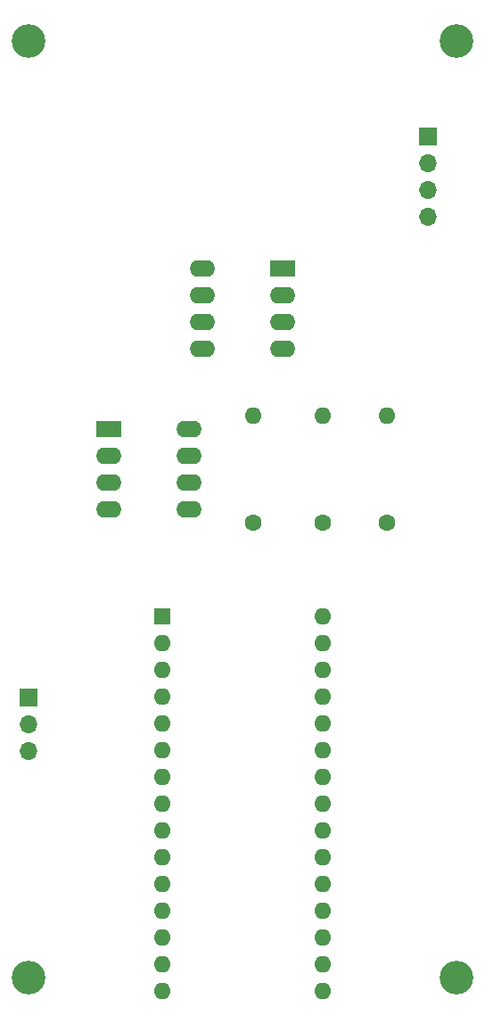
<source format=gbr>
%TF.GenerationSoftware,KiCad,Pcbnew,(6.0.0-0)*%
%TF.CreationDate,2022-10-16T11:18:23-07:00*%
%TF.ProjectId,refresh rate reader,72656672-6573-4682-9072-617465207265,rev?*%
%TF.SameCoordinates,Original*%
%TF.FileFunction,Soldermask,Top*%
%TF.FilePolarity,Negative*%
%FSLAX46Y46*%
G04 Gerber Fmt 4.6, Leading zero omitted, Abs format (unit mm)*
G04 Created by KiCad (PCBNEW (6.0.0-0)) date 2022-10-16 11:18:23*
%MOMM*%
%LPD*%
G01*
G04 APERTURE LIST*
%ADD10R,1.700000X1.700000*%
%ADD11O,1.700000X1.700000*%
%ADD12C,1.600000*%
%ADD13O,1.600000X1.600000*%
%ADD14R,2.400000X1.600000*%
%ADD15O,2.400000X1.600000*%
%ADD16R,1.600000X1.600000*%
%ADD17C,3.200000*%
G04 APERTURE END LIST*
D10*
%TO.C,J1*%
X164935000Y-64885000D03*
D11*
X164935000Y-67425000D03*
X164935000Y-69965000D03*
X164935000Y-72505000D03*
%TD*%
D12*
%TO.C,R2*%
X154940000Y-101600000D03*
D13*
X154940000Y-91440000D03*
%TD*%
D12*
%TO.C,R3*%
X161050000Y-101600000D03*
D13*
X161050000Y-91440000D03*
%TD*%
D11*
%TO.C,J2*%
X127000000Y-123224169D03*
X127000000Y-120684169D03*
D10*
X127000000Y-118144169D03*
%TD*%
D14*
%TO.C,U2*%
X134620000Y-92720000D03*
D15*
X134620000Y-95260000D03*
X134620000Y-97800000D03*
X134620000Y-100340000D03*
X142240000Y-100340000D03*
X142240000Y-97800000D03*
X142240000Y-95260000D03*
X142240000Y-92720000D03*
%TD*%
D16*
%TO.C,A1*%
X139710000Y-110490000D03*
D13*
X139710000Y-113030000D03*
X139710000Y-115570000D03*
X139710000Y-118110000D03*
X139710000Y-120650000D03*
X139710000Y-123190000D03*
X139710000Y-125730000D03*
X139710000Y-128270000D03*
X139710000Y-130810000D03*
X139710000Y-133350000D03*
X139710000Y-135890000D03*
X139710000Y-138430000D03*
X139710000Y-140970000D03*
X139710000Y-143510000D03*
X139710000Y-146050000D03*
X154950000Y-146050000D03*
X154950000Y-143510000D03*
X154950000Y-140970000D03*
X154950000Y-138430000D03*
X154950000Y-135890000D03*
X154950000Y-133350000D03*
X154950000Y-130810000D03*
X154950000Y-128270000D03*
X154950000Y-125730000D03*
X154950000Y-123190000D03*
X154950000Y-120650000D03*
X154950000Y-118110000D03*
X154950000Y-115570000D03*
X154950000Y-113030000D03*
X154950000Y-110490000D03*
%TD*%
D17*
%TO.C,H3*%
X167640000Y-144780000D03*
%TD*%
D12*
%TO.C,R1*%
X148350000Y-101600000D03*
D13*
X148350000Y-91440000D03*
%TD*%
D17*
%TO.C,H1*%
X127000000Y-144780000D03*
%TD*%
%TO.C,H2*%
X127000000Y-55880000D03*
%TD*%
%TO.C,H4*%
X167640000Y-55880000D03*
%TD*%
D14*
%TO.C,U1*%
X151145000Y-77480000D03*
D15*
X151145000Y-80020000D03*
X151145000Y-82560000D03*
X151145000Y-85100000D03*
X143525000Y-85100000D03*
X143525000Y-82560000D03*
X143525000Y-80020000D03*
X143525000Y-77480000D03*
%TD*%
M02*

</source>
